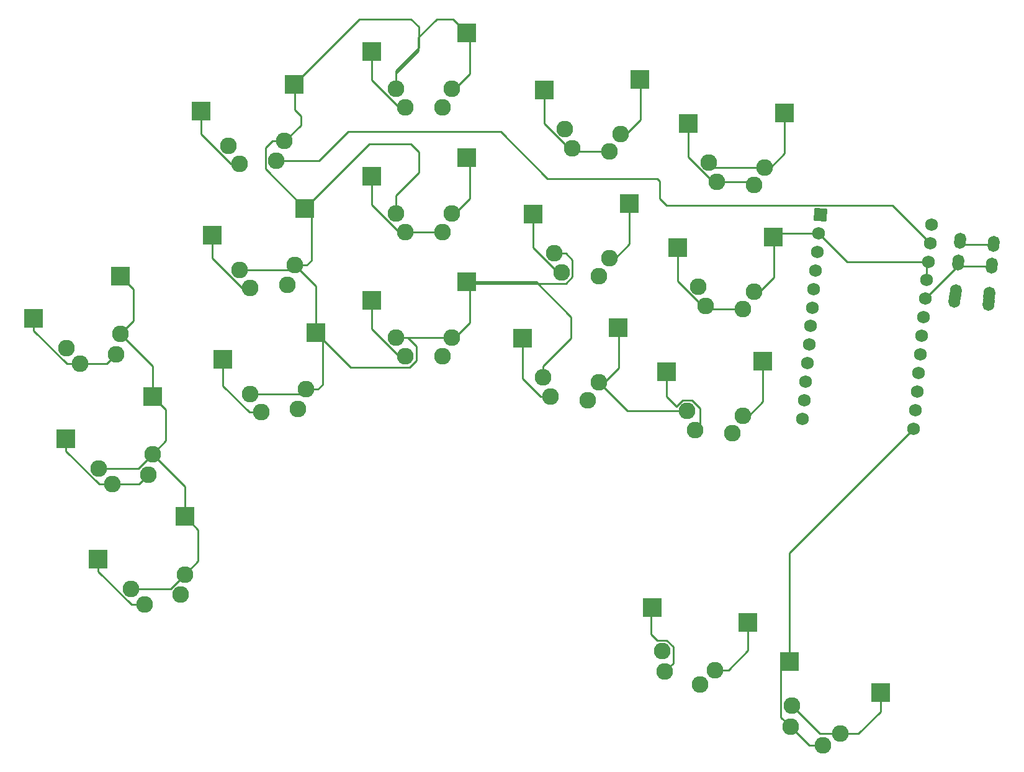
<source format=gbr>
%TF.GenerationSoftware,KiCad,Pcbnew,(6.0.2-0)*%
%TF.CreationDate,2022-05-11T10:09:56-07:00*%
%TF.ProjectId,Untitled,556e7469-746c-4656-942e-6b696361645f,v1.0.0*%
%TF.SameCoordinates,Original*%
%TF.FileFunction,Copper,L2,Bot*%
%TF.FilePolarity,Positive*%
%FSLAX46Y46*%
G04 Gerber Fmt 4.6, Leading zero omitted, Abs format (unit mm)*
G04 Created by KiCad (PCBNEW (6.0.2-0)) date 2022-05-11 10:09:56*
%MOMM*%
%LPD*%
G01*
G04 APERTURE LIST*
G04 Aperture macros list*
%AMHorizOval*
0 Thick line with rounded ends*
0 $1 width*
0 $2 $3 position (X,Y) of the first rounded end (center of the circle)*
0 $4 $5 position (X,Y) of the second rounded end (center of the circle)*
0 Add line between two ends*
20,1,$1,$2,$3,$4,$5,0*
0 Add two circle primitives to create the rounded ends*
1,1,$1,$2,$3*
1,1,$1,$4,$5*%
%AMRotRect*
0 Rectangle, with rotation*
0 The origin of the aperture is its center*
0 $1 length*
0 $2 width*
0 $3 Rotation angle, in degrees counterclockwise*
0 Add horizontal line*
21,1,$1,$2,0,0,$3*%
G04 Aperture macros list end*
%TA.AperFunction,SMDPad,CuDef*%
%ADD10R,2.550000X2.500000*%
%TD*%
%TA.AperFunction,ComponentPad*%
%ADD11C,2.286000*%
%TD*%
%TA.AperFunction,ComponentPad*%
%ADD12RotRect,1.752600X1.752600X265.000000*%
%TD*%
%TA.AperFunction,ComponentPad*%
%ADD13C,1.752600*%
%TD*%
%TA.AperFunction,ComponentPad*%
%ADD14HorizOval,1.600000X-0.026147X-0.298858X0.026147X0.298858X0*%
%TD*%
%TA.AperFunction,Conductor*%
%ADD15C,0.250000*%
%TD*%
G04 APERTURE END LIST*
D10*
%TO.P,S5,1*%
%TO.N,P5*%
X-2700756Y32881936D03*
%TO.P,S5,2*%
%TO.N,GND*%
X9128367Y38681141D03*
%TD*%
D11*
%TO.P,S20,1*%
%TO.N,P15*%
X67825695Y22191236D03*
X72886364Y21748484D03*
%TO.P,S20,2*%
%TO.N,GND*%
X74372907Y24168131D03*
X66781904Y24832258D03*
%TD*%
D10*
%TO.P,S23,1*%
%TO.N,P16*%
X66925412Y64048982D03*
%TO.P,S23,2*%
%TO.N,GND*%
X80024597Y65452654D03*
%TD*%
%TO.P,S3,1*%
%TO.N,P6*%
X1699168Y16461197D03*
%TO.P,S3,2*%
%TO.N,GND*%
X13528291Y22260402D03*
%TD*%
D11*
%TO.P,S30,1*%
%TO.N,P21*%
X90465943Y51496189D03*
X95526612Y51053437D03*
%TO.P,S30,2*%
%TO.N,GND*%
X89422152Y54137211D03*
X97013155Y53473084D03*
%TD*%
D10*
%TO.P,S13,1*%
%TO.N,P1*%
X43432133Y35301886D03*
%TO.P,S13,2*%
%TO.N,GND*%
X56359133Y37841886D03*
%TD*%
D11*
%TO.P,S22,1*%
%TO.N,P14*%
X74368012Y38683794D03*
X69307343Y39126546D03*
%TO.P,S22,2*%
%TO.N,GND*%
X68263552Y41767568D03*
X75854555Y41103441D03*
%TD*%
D10*
%TO.P,S1,1*%
%TO.N,P7*%
X6099091Y40458D03*
%TO.P,S1,2*%
%TO.N,GND*%
X17928214Y5839663D03*
%TD*%
%TO.P,S11,1*%
%TO.N,P0*%
X20158959Y61179589D03*
%TO.P,S11,2*%
%TO.N,GND*%
X32815392Y64836586D03*
%TD*%
D11*
%TO.P,S28,1*%
%TO.N,P20*%
X88984295Y34560879D03*
X94044964Y34118127D03*
%TO.P,S28,2*%
%TO.N,GND*%
X95531507Y36537774D03*
X87940504Y37201901D03*
%TD*%
%TO.P,S34,1*%
%TO.N,P9*%
X100525004Y-22813186D03*
X104924414Y-25353186D03*
%TO.P,S34,2*%
%TO.N,GND*%
X100695152Y-19978482D03*
X107294266Y-23788482D03*
%TD*%
D12*
%TO.P,MCU1,1*%
%TO.N,RAW*%
X104615474Y47017275D03*
D13*
%TO.P,MCU1,2*%
%TO.N,GND*%
X104394099Y44486940D03*
%TO.P,MCU1,3*%
%TO.N,RST*%
X104172723Y41956606D03*
%TO.P,MCU1,4*%
%TO.N,VCC*%
X103951347Y39426271D03*
%TO.P,MCU1,5*%
%TO.N,P21*%
X103729972Y36895937D03*
%TO.P,MCU1,6*%
%TO.N,P20*%
X103508596Y34365602D03*
%TO.P,MCU1,7*%
%TO.N,P19*%
X103287221Y31835267D03*
%TO.P,MCU1,8*%
%TO.N,P18*%
X103065845Y29304933D03*
%TO.P,MCU1,9*%
%TO.N,P15*%
X102844469Y26774598D03*
%TO.P,MCU1,10*%
%TO.N,P14*%
X102623094Y24244264D03*
%TO.P,MCU1,11*%
%TO.N,P16*%
X102401718Y21713929D03*
%TO.P,MCU1,12*%
%TO.N,P10*%
X102180343Y19183595D03*
%TO.P,MCU1,13*%
%TO.N,P1*%
X119797481Y45689021D03*
%TO.P,MCU1,14*%
%TO.N,P0*%
X119576106Y43158687D03*
%TO.P,MCU1,15*%
%TO.N,GND*%
X119354730Y40628352D03*
%TO.P,MCU1,16*%
X119133355Y38098018D03*
%TO.P,MCU1,17*%
%TO.N,P2*%
X118911979Y35567683D03*
%TO.P,MCU1,18*%
%TO.N,P3*%
X118690603Y33037349D03*
%TO.P,MCU1,19*%
%TO.N,P4*%
X118469228Y30507014D03*
%TO.P,MCU1,20*%
%TO.N,P5*%
X118247852Y27976679D03*
%TO.P,MCU1,21*%
%TO.N,P6*%
X118026477Y25446345D03*
%TO.P,MCU1,22*%
%TO.N,P7*%
X117805101Y22916010D03*
%TO.P,MCU1,23*%
%TO.N,P8*%
X117583725Y20385676D03*
%TO.P,MCU1,24*%
%TO.N,P9*%
X117362350Y17855341D03*
%TD*%
D11*
%TO.P,S18,1*%
%TO.N,P18*%
X53057133Y61681886D03*
X47977133Y61681886D03*
%TO.P,S18,2*%
%TO.N,GND*%
X54327133Y64221886D03*
X46707133Y64221886D03*
%TD*%
%TO.P,S4,1*%
%TO.N,P6*%
X12968405Y11591975D03*
X8061502Y10277174D03*
%TO.P,S4,2*%
%TO.N,GND*%
X13537731Y14374127D03*
X6177376Y12401926D03*
%TD*%
D10*
%TO.P,S31,1*%
%TO.N,P8*%
X81723447Y-6595725D03*
%TO.P,S31,2*%
%TO.N,GND*%
X94739585Y-8630200D03*
%TD*%
%TO.P,S27,1*%
%TO.N,P20*%
X85120717Y42548005D03*
%TO.P,S27,2*%
%TO.N,GND*%
X98219902Y43951677D03*
%TD*%
%TO.P,S29,1*%
%TO.N,P21*%
X86602365Y59483315D03*
%TO.P,S29,2*%
%TO.N,GND*%
X99701550Y60886987D03*
%TD*%
D11*
%TO.P,S6,1*%
%TO.N,P5*%
X8568481Y28012714D03*
X3661578Y26697913D03*
%TO.P,S6,2*%
%TO.N,GND*%
X1777452Y28822665D03*
X9137807Y30794866D03*
%TD*%
%TO.P,S14,1*%
%TO.N,P1*%
X47977133Y27681886D03*
X53057133Y27681886D03*
%TO.P,S14,2*%
%TO.N,GND*%
X54327133Y30221886D03*
X46707133Y30221886D03*
%TD*%
%TO.P,S8,1*%
%TO.N,P4*%
X33374755Y20556840D03*
X28314086Y20114088D03*
%TO.P,S8,2*%
%TO.N,GND*%
X26827543Y22533735D03*
X34418546Y23197862D03*
%TD*%
%TO.P,S32,1*%
%TO.N,P8*%
X83388156Y-15310664D03*
X88161795Y-17048127D03*
%TO.P,S32,2*%
%TO.N,GND*%
X83063478Y-12489480D03*
X90223936Y-15095673D03*
%TD*%
D10*
%TO.P,S21,1*%
%TO.N,P14*%
X65443765Y47113672D03*
%TO.P,S21,2*%
%TO.N,GND*%
X78542950Y48517344D03*
%TD*%
D14*
%TO.P,REF\u002A\u002A,1*%
%TO.N,GND*%
X127535140Y34983000D03*
X122952644Y35383916D03*
%TO.P,REF\u002A\u002A,2*%
X127631011Y36078814D03*
X123048516Y36479730D03*
%TO.P,REF\u002A\u002A,3*%
%TO.N,P2*%
X127979634Y40063593D03*
X123397139Y40464509D03*
%TO.P,REF\u002A\u002A,4*%
%TO.N,VCC*%
X128241102Y43052177D03*
X123658606Y43453093D03*
%TD*%
D10*
%TO.P,S25,1*%
%TO.N,P10*%
X83639070Y25612695D03*
%TO.P,S25,2*%
%TO.N,GND*%
X96738255Y27016367D03*
%TD*%
%TO.P,S15,1*%
%TO.N,P19*%
X43432133Y52301886D03*
%TO.P,S15,2*%
%TO.N,GND*%
X56359133Y54841886D03*
%TD*%
%TO.P,S7,1*%
%TO.N,P4*%
X23122254Y27308969D03*
%TO.P,S7,2*%
%TO.N,GND*%
X35778687Y30965966D03*
%TD*%
D11*
%TO.P,S16,1*%
%TO.N,P19*%
X47977133Y44681886D03*
X53057133Y44681886D03*
%TO.P,S16,2*%
%TO.N,GND*%
X54327133Y47221886D03*
X46707133Y47221886D03*
%TD*%
%TO.P,S10,1*%
%TO.N,P3*%
X26832438Y37049398D03*
X31893107Y37492150D03*
%TO.P,S10,2*%
%TO.N,GND*%
X32936898Y40133172D03*
X25345895Y39469045D03*
%TD*%
D10*
%TO.P,S9,1*%
%TO.N,P3*%
X21640606Y44244279D03*
%TO.P,S9,2*%
%TO.N,GND*%
X34297039Y47901276D03*
%TD*%
D11*
%TO.P,S2,1*%
%TO.N,P7*%
X12461425Y-6143565D03*
X17368328Y-4828764D03*
%TO.P,S2,2*%
%TO.N,GND*%
X10577299Y-4018813D03*
X17937654Y-2046612D03*
%TD*%
D10*
%TO.P,S19,1*%
%TO.N,P15*%
X63962117Y30178362D03*
%TO.P,S19,2*%
%TO.N,GND*%
X77061302Y31582034D03*
%TD*%
D11*
%TO.P,S24,1*%
%TO.N,P16*%
X70788990Y56061856D03*
X75849659Y55619104D03*
%TO.P,S24,2*%
%TO.N,GND*%
X77336202Y58038751D03*
X69745199Y58702878D03*
%TD*%
D10*
%TO.P,S33,1*%
%TO.N,P9*%
X100398919Y-13941572D03*
%TO.P,S33,2*%
%TO.N,GND*%
X112864029Y-18205368D03*
%TD*%
%TO.P,S17,1*%
%TO.N,P18*%
X43432133Y69301886D03*
%TO.P,S17,2*%
%TO.N,GND*%
X56359133Y71841886D03*
%TD*%
D11*
%TO.P,S26,1*%
%TO.N,P10*%
X92563317Y17182817D03*
X87502648Y17625569D03*
%TO.P,S26,2*%
%TO.N,GND*%
X94049860Y19602464D03*
X86458857Y20266591D03*
%TD*%
%TO.P,S12,1*%
%TO.N,P0*%
X25350791Y53984708D03*
X30411460Y54427460D03*
%TO.P,S12,2*%
%TO.N,GND*%
X31455251Y57068482D03*
X23864248Y56404355D03*
%TD*%
D15*
%TO.N,P7*%
X6099091Y40458D02*
X6099091Y-1615980D01*
X10626676Y-6143565D02*
X12461425Y-6143565D01*
X6099091Y-1615980D02*
X10626676Y-6143565D01*
%TO.N,GND*%
X49880000Y55589993D02*
X48753586Y56716407D01*
X112864029Y-20756874D02*
X109832421Y-23788482D01*
X28943949Y53254366D02*
X28943949Y56173626D01*
X13537731Y14374127D02*
X11565530Y12401926D01*
X54484612Y73716407D02*
X52280680Y73716407D01*
X56822554Y71378465D02*
X56822554Y66254299D01*
X34418546Y23197862D02*
X36034992Y23197862D01*
X48323579Y30221886D02*
X46707133Y30221886D01*
X98243471Y43928108D02*
X98243471Y38449834D01*
X15332477Y16168873D02*
X13537731Y14374127D01*
X56359133Y37841886D02*
X56822554Y37378465D01*
X17928214Y5839663D02*
X17928214Y9983644D01*
X13528291Y22260402D02*
X15332477Y20456216D01*
X13528291Y26404382D02*
X9137807Y30794866D01*
X109832421Y-23788482D02*
X107294266Y-23788482D01*
X56822554Y66254299D02*
X54790141Y64221886D01*
X77084871Y31558465D02*
X77084871Y26080191D01*
X49790000Y69384207D02*
X46707133Y66301340D01*
X11565530Y12401926D02*
X6177376Y12401926D01*
X49491886Y27111886D02*
X49491886Y29053579D01*
X77084871Y26080191D02*
X75172811Y24168131D01*
X46707133Y47221886D02*
X46707133Y49650912D01*
X99725119Y55385144D02*
X97813059Y53473084D01*
X56822554Y32254299D02*
X54790141Y30221886D01*
X46707133Y49650912D02*
X49880000Y52823779D01*
X92066631Y-15095673D02*
X90223936Y-15095673D01*
X78542950Y48517344D02*
X78566519Y48493775D01*
X31591029Y57068482D02*
X31455251Y57068482D01*
X70774854Y40872712D02*
X70774854Y38518682D01*
X65832860Y37841886D02*
X70585719Y33089027D01*
X28943949Y56173626D02*
X29838805Y57068482D01*
X33724464Y59201917D02*
X31591029Y57068482D01*
X108252687Y40628352D02*
X104394099Y44486940D01*
X25345895Y39469045D02*
X32272771Y39469045D01*
X10932553Y32589612D02*
X9137807Y30794866D01*
X96738255Y27016367D02*
X96761824Y26992798D01*
X54790141Y30221886D02*
X54327133Y30221886D01*
X97013155Y53473084D02*
X90086279Y53473084D01*
X94849764Y19602464D02*
X94049860Y19602464D01*
X10932553Y36876955D02*
X10932553Y32589612D01*
X80048166Y65429085D02*
X80048166Y59950811D01*
X70774854Y38518682D02*
X69915207Y37659035D01*
X49880000Y52823779D02*
X49880000Y55589993D01*
X54790141Y64221886D02*
X54327133Y64221886D01*
X66781904Y26401904D02*
X66781904Y24832258D01*
X35778687Y37291383D02*
X32936898Y40133172D01*
X99725119Y60863418D02*
X99725119Y55385144D01*
X48594375Y26214375D02*
X49491886Y27111886D01*
X33754419Y22533735D02*
X26827543Y22533735D01*
X96331411Y36537774D02*
X95531507Y36537774D01*
X119133355Y38098018D02*
X119133355Y40406977D01*
X94739585Y-12422719D02*
X92066631Y-15095673D01*
X46707133Y66301340D02*
X46707133Y64221886D01*
X17928214Y5839663D02*
X19732400Y4035477D01*
X54790141Y47221886D02*
X54327133Y47221886D01*
X96761824Y26992798D02*
X96761824Y21514524D01*
X80024597Y65452654D02*
X80048166Y65429085D01*
X36687759Y23850629D02*
X36687759Y30056894D01*
X49851654Y72648346D02*
X48783593Y73716407D01*
X19732400Y4035477D02*
X19732400Y-251866D01*
X78566519Y48493775D02*
X78566519Y43015501D01*
X97813059Y53473084D02*
X97013155Y53473084D01*
X99701550Y60886987D02*
X99725119Y60863418D01*
X98755165Y44486940D02*
X98219902Y43951677D01*
X35778687Y30965966D02*
X35778687Y37291383D01*
X68263552Y41767568D02*
X69879998Y41767568D01*
X9128367Y38681141D02*
X10932553Y36876955D01*
X52280680Y73716407D02*
X49790000Y71225727D01*
X112864029Y-18205368D02*
X112864029Y-20756874D01*
X104394099Y44486940D02*
X98755165Y44486940D01*
X86458857Y20266591D02*
X78274447Y20266591D01*
X54327133Y30221886D02*
X46707133Y30221886D01*
X29838805Y57068482D02*
X31455251Y57068482D01*
X36687759Y30056894D02*
X35778687Y30965966D01*
X56822554Y37378465D02*
X56822554Y32254299D01*
X34418546Y23197862D02*
X33754419Y22533735D01*
X56822554Y54378465D02*
X56822554Y49254299D01*
X98243471Y38449834D02*
X96331411Y36537774D01*
X69915207Y37659035D02*
X56541984Y37659035D01*
X36034992Y23197862D02*
X36687759Y23850629D01*
X56359133Y71841886D02*
X56822554Y71378465D01*
X78566519Y43015501D02*
X76654459Y41103441D01*
X35778687Y30965966D02*
X40530278Y26214375D01*
X56359133Y54841886D02*
X56822554Y54378465D01*
X32815392Y64836586D02*
X32887021Y64764957D01*
X56541984Y37659035D02*
X56359133Y37841886D01*
X56822554Y49254299D02*
X54790141Y47221886D01*
X78274447Y20266591D02*
X74372907Y24168131D01*
X46707133Y64221886D02*
X46707133Y66650912D01*
X56359133Y71841886D02*
X54484612Y73716407D01*
X49491886Y29053579D02*
X48323579Y30221886D01*
X119133355Y40406977D02*
X119354730Y40628352D01*
X46707133Y66650912D02*
X49851654Y69795433D01*
X119354730Y40628352D02*
X108252687Y40628352D01*
X77061302Y31582034D02*
X77084871Y31558465D01*
X43112170Y56716407D02*
X34297039Y47901276D01*
X13528291Y22260402D02*
X13528291Y26404382D01*
X96761824Y21514524D02*
X94849764Y19602464D01*
X34297039Y47901276D02*
X35206111Y46992204D01*
X35206111Y40785939D02*
X34553344Y40133172D01*
X10577299Y-4018813D02*
X15965453Y-4018813D01*
X49851654Y69795433D02*
X49851654Y72648346D01*
X32887021Y61352698D02*
X33724464Y60515255D01*
X17928214Y9983644D02*
X13537731Y14374127D01*
X32272771Y39469045D02*
X32936898Y40133172D01*
X49790000Y71225727D02*
X49790000Y69384207D01*
X76654459Y41103441D02*
X75854555Y41103441D01*
X41695213Y73716407D02*
X32815392Y64836586D01*
X48783593Y73716407D02*
X41695213Y73716407D01*
X15332477Y20456216D02*
X15332477Y16168873D01*
X48753586Y56716407D02*
X43112170Y56716407D01*
X19732400Y-251866D02*
X17937654Y-2046612D01*
X70585719Y33089027D02*
X70585719Y30205719D01*
X75172811Y24168131D02*
X74372907Y24168131D01*
X80048166Y59950811D02*
X78136106Y58038751D01*
X94739585Y-8630200D02*
X94739585Y-12422719D01*
X15965453Y-4018813D02*
X17937654Y-2046612D01*
X32887021Y64764957D02*
X32887021Y61352698D01*
X33724464Y60515255D02*
X33724464Y59201917D01*
X98219902Y43951677D02*
X98243471Y43928108D01*
X40530278Y26214375D02*
X48594375Y26214375D01*
X35206111Y46992204D02*
X35206111Y40785939D01*
X69879998Y41767568D02*
X70774854Y40872712D01*
X78136106Y58038751D02*
X77336202Y58038751D01*
X34553344Y40133172D02*
X32936898Y40133172D01*
X107294266Y-23788482D02*
X104505152Y-23788482D01*
X70585719Y30205719D02*
X66781904Y26401904D01*
X104505152Y-23788482D02*
X100695152Y-19978482D01*
X56359133Y37841886D02*
X65832860Y37841886D01*
X34297039Y47901276D02*
X28943949Y53254366D01*
X90086279Y53473084D02*
X89422152Y54137211D01*
%TO.N,P6*%
X1699168Y14804759D02*
X6226753Y10277174D01*
X8061502Y10277174D02*
X11653604Y10277174D01*
X1699168Y16461197D02*
X1699168Y14804759D01*
X11653604Y10277174D02*
X12968405Y11591975D01*
X6226753Y10277174D02*
X8061502Y10277174D01*
%TO.N,P5*%
X3661578Y26697913D02*
X7253680Y26697913D01*
X1826829Y26697913D02*
X3661578Y26697913D01*
X7253680Y26697913D02*
X8568481Y28012714D01*
X-2700756Y32881936D02*
X-2700756Y31225498D01*
X-2700756Y31225498D02*
X1826829Y26697913D01*
%TO.N,P4*%
X23122254Y23689474D02*
X26697640Y20114088D01*
X26697640Y20114088D02*
X28314086Y20114088D01*
X23122254Y27308969D02*
X23122254Y23689474D01*
%TO.N,P3*%
X21640606Y44244279D02*
X21640606Y41098959D01*
X25690167Y37049398D02*
X26832438Y37049398D01*
X21640606Y41098959D02*
X25690167Y37049398D01*
%TO.N,P0*%
X36257460Y54427460D02*
X30411460Y54427460D01*
X24208520Y53984708D02*
X25350791Y53984708D01*
X20158959Y61179589D02*
X20158959Y58034269D01*
X82340000Y51940000D02*
X67410000Y51940000D01*
X61010000Y58340000D02*
X40170000Y58340000D01*
X114443658Y48291135D02*
X83638865Y48291135D01*
X40170000Y58340000D02*
X36257460Y54427460D01*
X82670000Y51610000D02*
X82340000Y51940000D01*
X67410000Y51940000D02*
X61010000Y58340000D01*
X119576106Y43158687D02*
X114443658Y48291135D01*
X20158959Y58034269D02*
X24208520Y53984708D01*
X83638865Y48291135D02*
X82670000Y49260000D01*
X82670000Y49260000D02*
X82670000Y51610000D01*
%TO.N,P1*%
X43432133Y31421511D02*
X47171758Y27681886D01*
X47171758Y27681886D02*
X47977133Y27681886D01*
X43432133Y35301886D02*
X43432133Y31421511D01*
%TO.N,P19*%
X47171758Y44681886D02*
X47977133Y44681886D01*
X47977133Y44681886D02*
X53057133Y44681886D01*
X43432133Y48421511D02*
X47171758Y44681886D01*
X43432133Y52301886D02*
X43432133Y48421511D01*
%TO.N,P18*%
X43432133Y69301886D02*
X43432133Y65421511D01*
X47171758Y61681886D02*
X47977133Y61681886D01*
X43432133Y65421511D02*
X47171758Y61681886D01*
%TO.N,P15*%
X63962117Y24637883D02*
X66408764Y22191236D01*
X63962117Y30178362D02*
X63962117Y24637883D01*
X66408764Y22191236D02*
X67825695Y22191236D01*
%TO.N,P14*%
X68829199Y39126546D02*
X69307343Y39126546D01*
X65443765Y47113672D02*
X65443765Y42511980D01*
X65443765Y42511980D02*
X68829199Y39126546D01*
%TO.N,P16*%
X66925412Y59447290D02*
X70310846Y56061856D01*
X66925412Y64048982D02*
X66925412Y59447290D01*
X70310846Y56061856D02*
X70788990Y56061856D01*
X71231742Y55619104D02*
X70788990Y56061856D01*
X75849659Y55619104D02*
X71231742Y55619104D01*
%TO.N,P10*%
X83639070Y25612695D02*
X83639070Y22226731D01*
X85850993Y21734102D02*
X87066721Y21734102D01*
X88160000Y18282921D02*
X87502648Y17625569D01*
X83639070Y22226731D02*
X84991346Y20874455D01*
X84991346Y20874455D02*
X85850993Y21734102D01*
X87066721Y21734102D02*
X88160000Y20640823D01*
X88160000Y20640823D02*
X88160000Y18282921D01*
%TO.N,P20*%
X94044964Y34118127D02*
X89427047Y34118127D01*
X88984295Y34560879D02*
X88506151Y34560879D01*
X88506151Y34560879D02*
X85120717Y37946313D01*
X85120717Y37946313D02*
X85120717Y42548005D01*
X89427047Y34118127D02*
X88984295Y34560879D01*
%TO.N,P21*%
X86602365Y59483315D02*
X86602365Y54881623D01*
X86602365Y54881623D02*
X89987799Y51496189D01*
X89987799Y51496189D02*
X90465943Y51496189D01*
X95083860Y51496189D02*
X95526612Y51053437D01*
X90465943Y51496189D02*
X95083860Y51496189D01*
%TO.N,P8*%
X81723447Y-6595725D02*
X81513378Y-6805794D01*
X81513378Y-6805794D02*
X81513378Y-10175882D01*
X84530989Y-11881616D02*
X84530989Y-14167831D01*
X83671342Y-11021969D02*
X84530989Y-11881616D01*
X82359465Y-11021969D02*
X83671342Y-11021969D01*
X84530989Y-14167831D02*
X83388156Y-15310664D01*
X81513378Y-10175882D02*
X82359465Y-11021969D01*
%TO.N,P9*%
X99227641Y-21515823D02*
X100525004Y-22813186D01*
X100525004Y-22813186D02*
X103065004Y-25353186D01*
X100398919Y-13941572D02*
X99227641Y-15112850D01*
X99227641Y-15112850D02*
X99227641Y-21515823D01*
X100398919Y891910D02*
X117362350Y17855341D01*
X100398919Y-13941572D02*
X100398919Y891910D01*
X103065004Y-25353186D02*
X104924414Y-25353186D01*
%TO.N,VCC*%
X128523642Y42983764D02*
X124342062Y42983764D01*
X124342062Y42983764D02*
X123941146Y43384680D01*
%TO.N,P2*%
X123679679Y40396096D02*
X123679679Y40335383D01*
X123679679Y40335383D02*
X118911979Y35567683D01*
X128262174Y39995180D02*
X124080595Y39995180D01*
X124080595Y39995180D02*
X123679679Y40396096D01*
%TD*%
M02*

</source>
